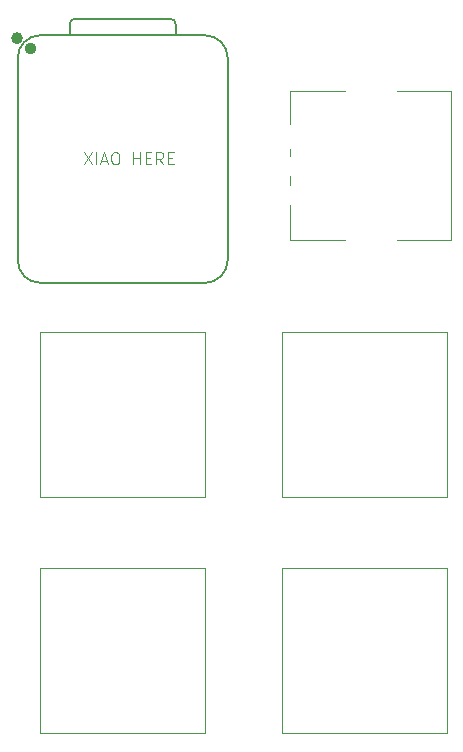
<source format=gbr>
%TF.GenerationSoftware,KiCad,Pcbnew,8.0.9*%
%TF.CreationDate,2025-02-20T23:26:22+01:00*%
%TF.ProjectId,untitled,756e7469-746c-4656-942e-6b696361645f,rev?*%
%TF.SameCoordinates,Original*%
%TF.FileFunction,Legend,Top*%
%TF.FilePolarity,Positive*%
%FSLAX46Y46*%
G04 Gerber Fmt 4.6, Leading zero omitted, Abs format (unit mm)*
G04 Created by KiCad (PCBNEW 8.0.9) date 2025-02-20 23:26:22*
%MOMM*%
%LPD*%
G01*
G04 APERTURE LIST*
%ADD10C,0.100000*%
%ADD11C,0.120000*%
%ADD12C,0.127000*%
%ADD13C,0.504000*%
G04 APERTURE END LIST*
D10*
X146708646Y-58872419D02*
X147375312Y-59872419D01*
X147375312Y-58872419D02*
X146708646Y-59872419D01*
X147756265Y-59872419D02*
X147756265Y-58872419D01*
X148184836Y-59586704D02*
X148661026Y-59586704D01*
X148089598Y-59872419D02*
X148422931Y-58872419D01*
X148422931Y-58872419D02*
X148756264Y-59872419D01*
X149280074Y-58872419D02*
X149470550Y-58872419D01*
X149470550Y-58872419D02*
X149565788Y-58920038D01*
X149565788Y-58920038D02*
X149661026Y-59015276D01*
X149661026Y-59015276D02*
X149708645Y-59205752D01*
X149708645Y-59205752D02*
X149708645Y-59539085D01*
X149708645Y-59539085D02*
X149661026Y-59729561D01*
X149661026Y-59729561D02*
X149565788Y-59824800D01*
X149565788Y-59824800D02*
X149470550Y-59872419D01*
X149470550Y-59872419D02*
X149280074Y-59872419D01*
X149280074Y-59872419D02*
X149184836Y-59824800D01*
X149184836Y-59824800D02*
X149089598Y-59729561D01*
X149089598Y-59729561D02*
X149041979Y-59539085D01*
X149041979Y-59539085D02*
X149041979Y-59205752D01*
X149041979Y-59205752D02*
X149089598Y-59015276D01*
X149089598Y-59015276D02*
X149184836Y-58920038D01*
X149184836Y-58920038D02*
X149280074Y-58872419D01*
X150899122Y-59872419D02*
X150899122Y-58872419D01*
X150899122Y-59348609D02*
X151470550Y-59348609D01*
X151470550Y-59872419D02*
X151470550Y-58872419D01*
X151946741Y-59348609D02*
X152280074Y-59348609D01*
X152422931Y-59872419D02*
X151946741Y-59872419D01*
X151946741Y-59872419D02*
X151946741Y-58872419D01*
X151946741Y-58872419D02*
X152422931Y-58872419D01*
X153422931Y-59872419D02*
X153089598Y-59396228D01*
X152851503Y-59872419D02*
X152851503Y-58872419D01*
X152851503Y-58872419D02*
X153232455Y-58872419D01*
X153232455Y-58872419D02*
X153327693Y-58920038D01*
X153327693Y-58920038D02*
X153375312Y-58967657D01*
X153375312Y-58967657D02*
X153422931Y-59062895D01*
X153422931Y-59062895D02*
X153422931Y-59205752D01*
X153422931Y-59205752D02*
X153375312Y-59300990D01*
X153375312Y-59300990D02*
X153327693Y-59348609D01*
X153327693Y-59348609D02*
X153232455Y-59396228D01*
X153232455Y-59396228D02*
X152851503Y-59396228D01*
X153851503Y-59348609D02*
X154184836Y-59348609D01*
X154327693Y-59872419D02*
X153851503Y-59872419D01*
X153851503Y-59872419D02*
X153851503Y-58872419D01*
X153851503Y-58872419D02*
X154327693Y-58872419D01*
D11*
%TO.C,REF\u002A\u002A*%
X163475000Y-94095000D02*
X177445000Y-94095000D01*
X163475000Y-108065000D02*
X163475000Y-94095000D01*
X177445000Y-94095000D02*
X177445000Y-108065000D01*
X177445000Y-108065000D02*
X163475000Y-108065000D01*
X142975000Y-94095000D02*
X156945000Y-94095000D01*
X142975000Y-108065000D02*
X142975000Y-94095000D01*
X156945000Y-94095000D02*
X156945000Y-108065000D01*
X156945000Y-108065000D02*
X142975000Y-108065000D01*
X163475000Y-74095000D02*
X177445000Y-74095000D01*
X163475000Y-88065000D02*
X163475000Y-74095000D01*
X177445000Y-74095000D02*
X177445000Y-88065000D01*
X177445000Y-88065000D02*
X163475000Y-88065000D01*
X164190000Y-53690000D02*
X168800000Y-53690000D01*
X164190000Y-56450000D02*
X164190000Y-53690000D01*
X164190000Y-58550000D02*
X164190000Y-59150000D01*
X164190000Y-60850000D02*
X164190000Y-61650000D01*
X164190000Y-63350000D02*
X164190000Y-66310000D01*
X168800000Y-66310000D02*
X164190000Y-66310000D01*
X173200000Y-53700000D02*
X177810000Y-53700000D01*
X177810000Y-53700000D02*
X177810000Y-66310000D01*
X177810000Y-66310000D02*
X173200000Y-66310000D01*
D12*
X141110000Y-68009000D02*
X141110000Y-50864000D01*
X143015000Y-69914000D02*
X156985000Y-69914000D01*
X145505000Y-48959000D02*
X145508728Y-48048728D01*
X146008728Y-47549000D02*
X154004000Y-47549000D01*
X154504000Y-48049000D02*
X154504000Y-48959000D01*
D10*
X156985000Y-48959000D02*
X143015000Y-48959000D01*
D12*
X156985000Y-48959000D02*
X143015000Y-48959000D01*
X158890000Y-68009000D02*
X158890000Y-50864000D01*
X141110000Y-50864000D02*
G75*
G02*
X143015000Y-48959000I1905001J-1D01*
G01*
X143015000Y-69914000D02*
G75*
G02*
X141110000Y-68009000I1J1905001D01*
G01*
X145508728Y-48048728D02*
G75*
G02*
X146008728Y-47549001I500018J-291D01*
G01*
X154004000Y-47549000D02*
G75*
G02*
X154504000Y-48049000I0J-500000D01*
G01*
X156985000Y-48959000D02*
G75*
G02*
X158890000Y-50864000I0J-1905000D01*
G01*
X158890000Y-68009000D02*
G75*
G02*
X156985000Y-69914000I-1905000J0D01*
G01*
D13*
X141302000Y-49200000D02*
G75*
G02*
X140798000Y-49200000I-252000J0D01*
G01*
X140798000Y-49200000D02*
G75*
G02*
X141302000Y-49200000I252000J0D01*
G01*
X142445000Y-50080000D02*
G75*
G02*
X141941000Y-50080000I-252000J0D01*
G01*
X141941000Y-50080000D02*
G75*
G02*
X142445000Y-50080000I252000J0D01*
G01*
D11*
X142975000Y-74095000D02*
X156945000Y-74095000D01*
X142975000Y-88065000D02*
X142975000Y-74095000D01*
X156945000Y-74095000D02*
X156945000Y-88065000D01*
X156945000Y-88065000D02*
X142975000Y-88065000D01*
%TD*%
M02*

</source>
